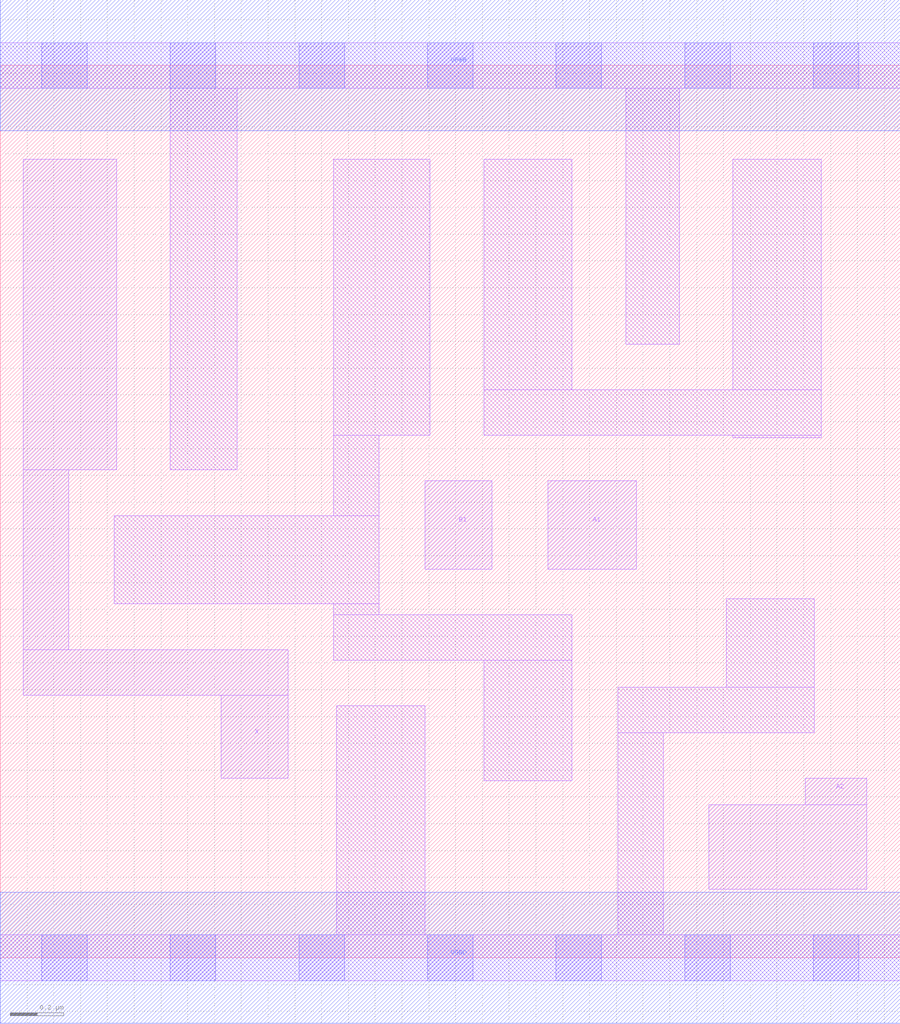
<source format=lef>
# Copyright 2020 The SkyWater PDK Authors
#
# Licensed under the Apache License, Version 2.0 (the "License");
# you may not use this file except in compliance with the License.
# You may obtain a copy of the License at
#
#     https://www.apache.org/licenses/LICENSE-2.0
#
# Unless required by applicable law or agreed to in writing, software
# distributed under the License is distributed on an "AS IS" BASIS,
# WITHOUT WARRANTIES OR CONDITIONS OF ANY KIND, either express or implied.
# See the License for the specific language governing permissions and
# limitations under the License.
#
# SPDX-License-Identifier: Apache-2.0

VERSION 5.7 ;
  NOWIREEXTENSIONATPIN ON ;
  DIVIDERCHAR "/" ;
  BUSBITCHARS "[]" ;
UNITS
  DATABASE MICRONS 200 ;
END UNITS
MACRO sky130_fd_sc_ls__a21o_1
  CLASS CORE ;
  FOREIGN sky130_fd_sc_ls__a21o_1 ;
  ORIGIN  0.000000  0.000000 ;
  SIZE  3.360000 BY  3.330000 ;
  SYMMETRY X Y ;
  SITE unit ;
  PIN A1
    ANTENNAGATEAREA  0.246000 ;
    DIRECTION INPUT ;
    USE SIGNAL ;
    PORT
      LAYER li1 ;
        RECT 2.045000 1.450000 2.375000 1.780000 ;
    END
  END A1
  PIN A2
    ANTENNAGATEAREA  0.246000 ;
    DIRECTION INPUT ;
    USE SIGNAL ;
    PORT
      LAYER li1 ;
        RECT 2.645000 0.255000 3.235000 0.570000 ;
        RECT 3.005000 0.570000 3.235000 0.670000 ;
    END
  END A2
  PIN B1
    ANTENNAGATEAREA  0.246000 ;
    DIRECTION INPUT ;
    USE SIGNAL ;
    PORT
      LAYER li1 ;
        RECT 1.585000 1.450000 1.835000 1.780000 ;
    END
  END B1
  PIN X
    ANTENNADIFFAREA  0.504100 ;
    DIRECTION OUTPUT ;
    USE SIGNAL ;
    PORT
      LAYER li1 ;
        RECT 0.085000 0.980000 1.075000 1.150000 ;
        RECT 0.085000 1.150000 0.255000 1.820000 ;
        RECT 0.085000 1.820000 0.435000 2.980000 ;
        RECT 0.825000 0.670000 1.075000 0.980000 ;
    END
  END X
  PIN VGND
    DIRECTION INOUT ;
    SHAPE ABUTMENT ;
    USE GROUND ;
    PORT
      LAYER met1 ;
        RECT 0.000000 -0.245000 3.360000 0.245000 ;
    END
  END VGND
  PIN VPWR
    DIRECTION INOUT ;
    SHAPE ABUTMENT ;
    USE POWER ;
    PORT
      LAYER met1 ;
        RECT 0.000000 3.085000 3.360000 3.575000 ;
    END
  END VPWR
  OBS
    LAYER li1 ;
      RECT 0.000000 -0.085000 3.360000 0.085000 ;
      RECT 0.000000  3.245000 3.360000 3.415000 ;
      RECT 0.425000  1.320000 1.415000 1.650000 ;
      RECT 0.635000  1.820000 0.885000 3.245000 ;
      RECT 1.245000  1.110000 2.135000 1.280000 ;
      RECT 1.245000  1.280000 1.415000 1.320000 ;
      RECT 1.245000  1.650000 1.415000 1.950000 ;
      RECT 1.245000  1.950000 1.605000 2.980000 ;
      RECT 1.255000  0.085000 1.585000 0.940000 ;
      RECT 1.805000  0.660000 2.135000 1.110000 ;
      RECT 1.805000  1.950000 3.065000 2.120000 ;
      RECT 1.805000  2.120000 2.135000 2.980000 ;
      RECT 2.305000  0.085000 2.475000 0.840000 ;
      RECT 2.305000  0.840000 3.040000 1.010000 ;
      RECT 2.335000  2.290000 2.535000 3.245000 ;
      RECT 2.710000  1.010000 3.040000 1.340000 ;
      RECT 2.735000  1.940000 3.065000 1.950000 ;
      RECT 2.735000  2.120000 3.065000 2.980000 ;
    LAYER mcon ;
      RECT 0.155000 -0.085000 0.325000 0.085000 ;
      RECT 0.155000  3.245000 0.325000 3.415000 ;
      RECT 0.635000 -0.085000 0.805000 0.085000 ;
      RECT 0.635000  3.245000 0.805000 3.415000 ;
      RECT 1.115000 -0.085000 1.285000 0.085000 ;
      RECT 1.115000  3.245000 1.285000 3.415000 ;
      RECT 1.595000 -0.085000 1.765000 0.085000 ;
      RECT 1.595000  3.245000 1.765000 3.415000 ;
      RECT 2.075000 -0.085000 2.245000 0.085000 ;
      RECT 2.075000  3.245000 2.245000 3.415000 ;
      RECT 2.555000 -0.085000 2.725000 0.085000 ;
      RECT 2.555000  3.245000 2.725000 3.415000 ;
      RECT 3.035000 -0.085000 3.205000 0.085000 ;
      RECT 3.035000  3.245000 3.205000 3.415000 ;
  END
END sky130_fd_sc_ls__a21o_1
END LIBRARY

</source>
